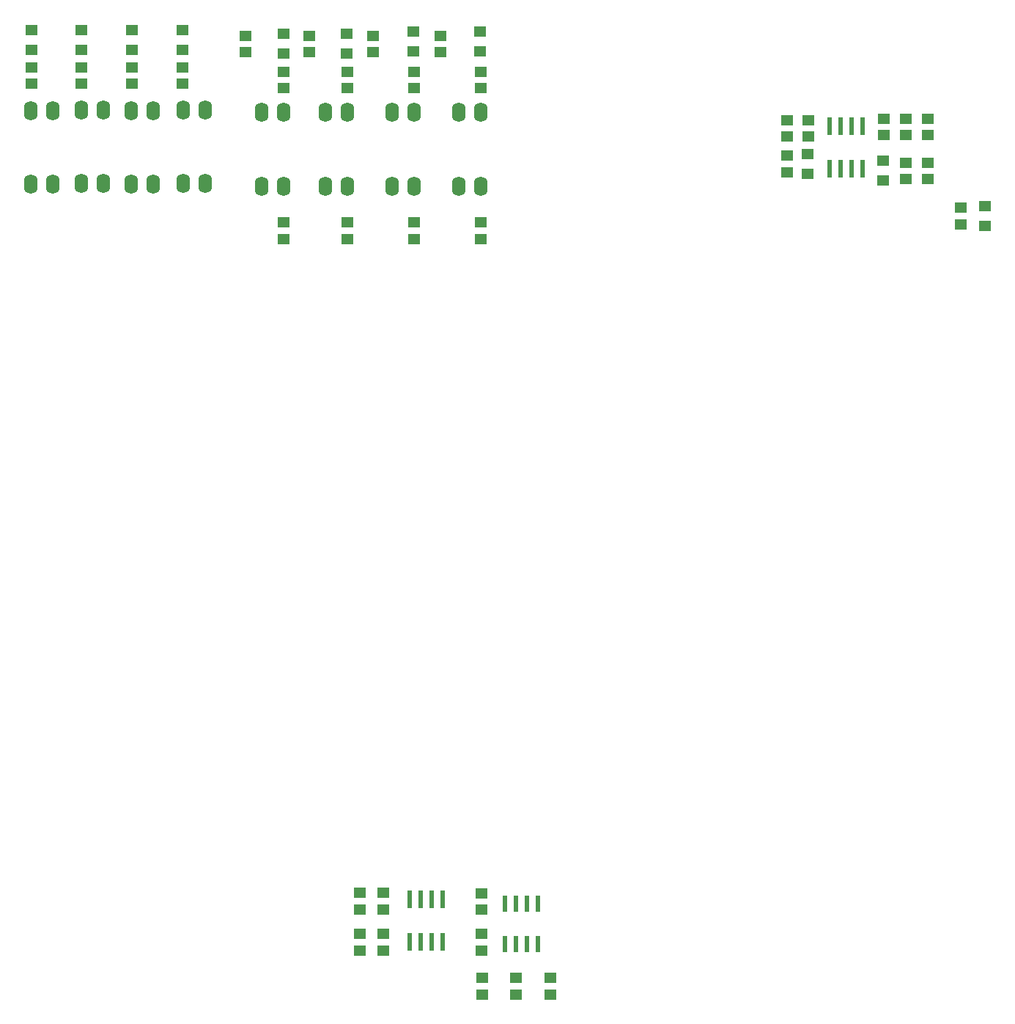
<source format=gtp>
G04 Layer_Color=8421504*
%FSTAX24Y24*%
%MOIN*%
G70*
G01*
G75*
%ADD10R,0.0551X0.0472*%
%ADD11R,0.0550X0.0500*%
%ADD12O,0.0630X0.0886*%
G04:AMPARAMS|DCode=13|XSize=77.6mil|YSize=23.2mil|CornerRadius=2.9mil|HoleSize=0mil|Usage=FLASHONLY|Rotation=90.000|XOffset=0mil|YOffset=0mil|HoleType=Round|Shape=RoundedRectangle|*
%AMROUNDEDRECTD13*
21,1,0.0776,0.0174,0,0,90.0*
21,1,0.0718,0.0232,0,0,90.0*
1,1,0.0058,0.0087,0.0359*
1,1,0.0058,0.0087,-0.0359*
1,1,0.0058,-0.0087,-0.0359*
1,1,0.0058,-0.0087,0.0359*
%
%ADD13ROUNDEDRECTD13*%
%ADD14R,0.0220X0.0780*%
D10*
X053913Y10112D02*
D03*
Y100372D02*
D03*
X054906Y100376D02*
D03*
Y101124D02*
D03*
Y098368D02*
D03*
Y099116D02*
D03*
X049512Y098688D02*
D03*
Y099436D02*
D03*
X055932Y10112D02*
D03*
Y100372D02*
D03*
Y099112D02*
D03*
Y098364D02*
D03*
X029512Y095651D02*
D03*
Y096399D02*
D03*
Y102502D02*
D03*
Y10325D02*
D03*
X035575Y095651D02*
D03*
Y096399D02*
D03*
Y102502D02*
D03*
Y10325D02*
D03*
X02778Y104127D02*
D03*
Y104875D02*
D03*
X033764Y104127D02*
D03*
Y104875D02*
D03*
X026599Y095651D02*
D03*
Y096399D02*
D03*
Y102502D02*
D03*
Y10325D02*
D03*
X032544Y095651D02*
D03*
Y096399D02*
D03*
Y102502D02*
D03*
Y10325D02*
D03*
X024866Y104127D02*
D03*
Y104875D02*
D03*
X030693Y104127D02*
D03*
Y104875D02*
D03*
X022032Y102699D02*
D03*
Y103447D02*
D03*
X0197Y103443D02*
D03*
Y102695D02*
D03*
X017417Y103443D02*
D03*
Y102695D02*
D03*
X015134Y103443D02*
D03*
Y102695D02*
D03*
X057417Y097065D02*
D03*
Y096317D02*
D03*
X049529Y101045D02*
D03*
Y100297D02*
D03*
X050474Y101045D02*
D03*
Y100297D02*
D03*
X030077Y063325D02*
D03*
Y064073D02*
D03*
X03114Y063325D02*
D03*
Y064073D02*
D03*
X031146Y065179D02*
D03*
Y065927D02*
D03*
X030073Y065179D02*
D03*
Y065927D02*
D03*
X035631Y065926D02*
D03*
Y065178D02*
D03*
X035629Y063325D02*
D03*
Y064073D02*
D03*
X035634Y061321D02*
D03*
Y062069D02*
D03*
X037189Y061321D02*
D03*
Y062069D02*
D03*
X038764Y061321D02*
D03*
Y062069D02*
D03*
D11*
X053888Y098307D02*
D03*
Y099207D02*
D03*
X050455Y098622D02*
D03*
Y099522D02*
D03*
X035552Y104173D02*
D03*
Y105073D02*
D03*
X026624Y104061D02*
D03*
Y104961D02*
D03*
X03252Y104173D02*
D03*
Y105073D02*
D03*
X022009Y104257D02*
D03*
Y105157D02*
D03*
X019724Y104257D02*
D03*
Y105157D02*
D03*
X017402Y104257D02*
D03*
Y105157D02*
D03*
X015157Y104257D02*
D03*
Y105157D02*
D03*
X029489Y104061D02*
D03*
Y104961D02*
D03*
X058504Y096255D02*
D03*
Y097155D02*
D03*
D12*
X028516Y101398D02*
D03*
X029516D02*
D03*
Y098051D02*
D03*
X028516D02*
D03*
X034579Y101398D02*
D03*
X035579D02*
D03*
Y098051D02*
D03*
X034579D02*
D03*
X025602Y101398D02*
D03*
X026602D02*
D03*
Y098051D02*
D03*
X025602D02*
D03*
X031547Y101398D02*
D03*
X032547D02*
D03*
Y098051D02*
D03*
X031547D02*
D03*
X023059Y098169D02*
D03*
X022059D02*
D03*
Y101516D02*
D03*
X023059D02*
D03*
X020697Y09813D02*
D03*
X019697D02*
D03*
Y101476D02*
D03*
X020697D02*
D03*
X018413Y098169D02*
D03*
X017413D02*
D03*
Y101516D02*
D03*
X018413D02*
D03*
X01613Y09813D02*
D03*
X01513D02*
D03*
Y101476D02*
D03*
X01613D02*
D03*
D13*
X051455Y098829D02*
D03*
X051955D02*
D03*
X052455D02*
D03*
X052955D02*
D03*
Y100778D02*
D03*
X052455D02*
D03*
X051955D02*
D03*
X051455D02*
D03*
X03236Y065659D02*
D03*
X03286D02*
D03*
X03336D02*
D03*
X03386D02*
D03*
Y063711D02*
D03*
X03336D02*
D03*
X03286D02*
D03*
X03236D02*
D03*
D14*
X036691Y065458D02*
D03*
X037191D02*
D03*
X037691D02*
D03*
X038191D02*
D03*
Y063598D02*
D03*
X037691D02*
D03*
X037191D02*
D03*
X036691D02*
D03*
M02*

</source>
